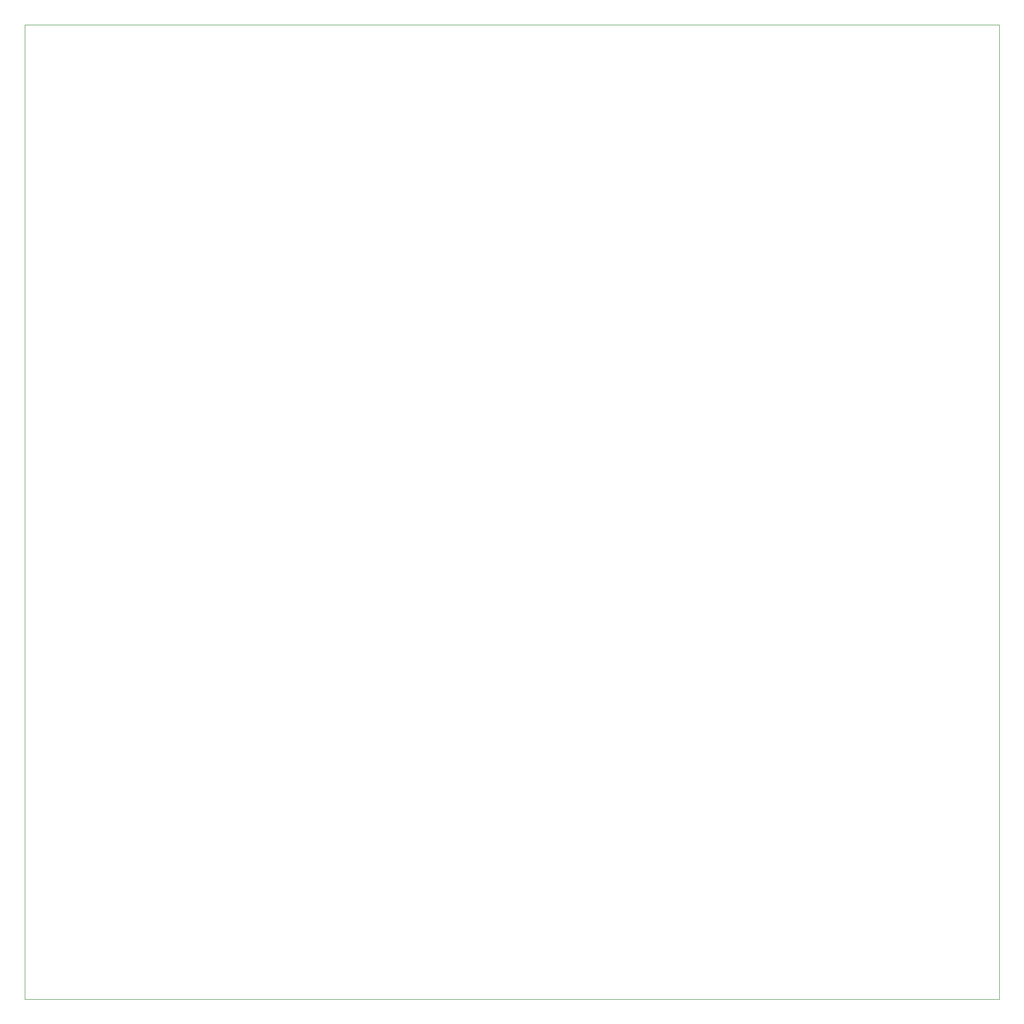
<source format=gbr>
%TF.GenerationSoftware,KiCad,Pcbnew,(5.1.6)-1*%
%TF.CreationDate,2022-11-13T07:46:47-05:00*%
%TF.ProjectId,MigStorm-ITX,4d696753-746f-4726-9d2d-4954582e6b69,rev?*%
%TF.SameCoordinates,Original*%
%TF.FileFunction,Profile,NP*%
%FSLAX46Y46*%
G04 Gerber Fmt 4.6, Leading zero omitted, Abs format (unit mm)*
G04 Created by KiCad (PCBNEW (5.1.6)-1) date 2022-11-13 07:46:47*
%MOMM*%
%LPD*%
G01*
G04 APERTURE LIST*
%TA.AperFunction,Profile*%
%ADD10C,0.050000*%
%TD*%
G04 APERTURE END LIST*
D10*
X297254000Y-226896000D02*
X297254000Y-56896000D01*
X127254000Y-226896000D02*
X297254000Y-226896000D01*
X127254000Y-56896000D02*
X127254000Y-226896000D01*
X127254000Y-56896000D02*
X297254000Y-56896000D01*
M02*

</source>
